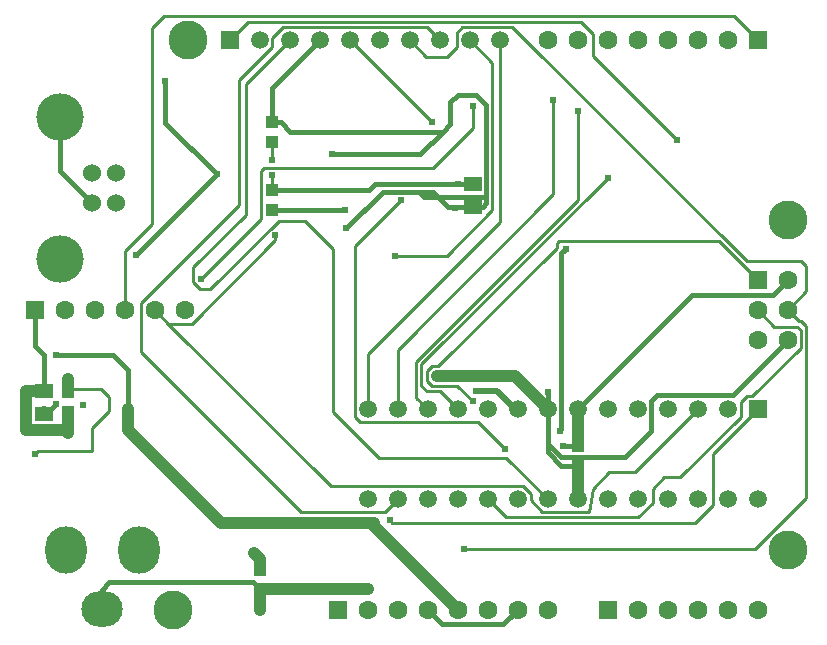
<source format=gbl>
G04*
G04 #@! TF.GenerationSoftware,Altium Limited,Altium Designer,18.1.9 (240)*
G04*
G04 Layer_Physical_Order=2*
G04 Layer_Color=16711680*
%FSLAX24Y24*%
%MOIN*%
G70*
G01*
G75*
%ADD11C,0.0100*%
%ADD12C,0.0157*%
%ADD17R,0.0394X0.0433*%
%ADD61C,0.0394*%
%ADD62C,0.0197*%
%ADD63C,0.1299*%
%ADD64C,0.0630*%
%ADD65R,0.0630X0.0630*%
%ADD66C,0.0600*%
%ADD67C,0.1575*%
%ADD68C,0.0591*%
%ADD69R,0.0591X0.0591*%
%ADD70R,0.0630X0.0630*%
%ADD71R,0.0591X0.0591*%
%ADD72O,0.1378X0.1181*%
%ADD73O,0.1378X0.1575*%
%ADD74C,0.0240*%
%ADD75R,0.0591X0.0512*%
D11*
X2038Y8362D02*
X3121D01*
X1988Y8312D02*
X2038Y8362D01*
X3121D02*
X3383Y8100D01*
X2800Y7069D02*
X3383Y7652D01*
Y8100D01*
X5346Y10554D02*
X10776Y5124D01*
X4900Y11000D02*
X5346Y10554D01*
X10776Y5124D02*
X17190D01*
X17430Y4884D01*
Y4666D02*
Y4884D01*
Y4666D02*
X17820Y4276D01*
X19392D01*
X19500Y5052D01*
X20060Y5612D01*
X20912D01*
X23000Y7700D01*
X5346Y10554D02*
X6140D01*
X8923Y13337D01*
Y13512D01*
X14404Y8296D02*
X15000Y7700D01*
X13980Y8296D02*
X14404D01*
X13796Y8480D02*
X13980Y8296D01*
X13796Y8480D02*
Y9204D01*
X20000Y15409D01*
X15400Y20007D02*
X16160Y19246D01*
Y14324D02*
Y19246D01*
X14650Y12814D02*
X16160Y14324D01*
X12910Y12814D02*
X14650D01*
X12574Y4274D02*
X13000Y4700D01*
X9780Y4274D02*
X12574D01*
X4450Y9604D02*
X9780Y4274D01*
X4450Y9604D02*
Y11244D01*
X7720Y14514D01*
Y18661D01*
X8824Y19764D01*
Y20084D01*
X9174Y20434D01*
X13972D01*
X14400Y20007D01*
X23697Y13303D02*
X25000Y12000D01*
X18370Y13303D02*
X23697D01*
X18310Y13243D02*
X18370Y13303D01*
X18310Y13084D02*
Y13243D01*
X14352Y9126D02*
X18310Y13084D01*
X14140Y9126D02*
X14352D01*
X13974Y8960D02*
X14140Y9126D01*
X13974Y8640D02*
Y8960D01*
Y8640D02*
X14140Y8474D01*
X14990D01*
X15500Y7964D01*
X16000Y4700D02*
X16603Y4097D01*
X21020D01*
X21500Y4577D01*
Y5044D01*
X21890Y5434D01*
X22420D01*
X24430Y7444D01*
Y7924D01*
X24630Y8124D01*
X24820D01*
X26444Y9747D01*
Y10324D01*
X26324Y10444D02*
X26444Y10324D01*
X25556Y10444D02*
X26324D01*
X25000Y11000D02*
X25556Y10444D01*
X15690Y7274D02*
X16590Y6374D01*
X11740Y7274D02*
X15690D01*
X11570Y7444D02*
X11740Y7274D01*
X11570Y7444D02*
Y13124D01*
X13118Y14672D01*
X11400Y20007D02*
X14150Y17256D01*
X15510Y17074D02*
Y17804D01*
X14185Y15749D02*
X15510Y17074D01*
X8535Y15749D02*
X14185D01*
X8433Y15647D02*
X8535Y15749D01*
X8433Y14027D02*
Y15647D01*
X6460Y12054D02*
X8433Y14027D01*
X13617Y8083D02*
X14000Y7700D01*
X13617Y8083D02*
Y9280D01*
X19000Y14663D01*
Y17625D01*
X15220Y3024D02*
X24920D01*
X26622Y4726D01*
Y10460D01*
X26460Y10622D02*
X26622Y10460D01*
X26378Y10622D02*
X26460D01*
X26000Y11000D02*
X26378Y10622D01*
X12750Y3994D02*
X12826Y3919D01*
X22905D01*
X23500Y4514D01*
Y6200D01*
X25000Y7700D01*
X13000D02*
Y9684D01*
X18190Y14874D01*
Y17994D01*
X16400Y13944D02*
Y20007D01*
X12000Y9544D02*
X16400Y13944D01*
X12000Y7700D02*
Y9544D01*
X16618Y6082D02*
X18000Y4700D01*
X12373Y6082D02*
X16618D01*
X10850Y7604D02*
X12373Y6082D01*
X10850Y7604D02*
Y13044D01*
X9910Y13984D02*
X10850Y13044D01*
X9030Y13984D02*
X9910D01*
X6740Y11694D02*
X9030Y13984D01*
X6417Y11694D02*
X6740D01*
X6187Y11924D02*
X6417Y11694D01*
X6187Y11924D02*
Y12424D01*
X7940Y14178D01*
Y18547D01*
X9400Y20007D01*
X26000Y11000D02*
X26622Y11622D01*
Y12460D01*
X26460Y12622D02*
X26622Y12460D01*
X24632Y12622D02*
X26460D01*
X16820Y20434D02*
X24632Y12622D01*
X15160Y20434D02*
X16820D01*
X14970Y20244D02*
X15160Y20434D01*
X14970Y19764D02*
Y20244D01*
X14650Y19444D02*
X14970Y19764D01*
X13962Y19444D02*
X14650D01*
X13400Y20007D02*
X13962Y19444D01*
X24206Y20794D02*
X25000Y20000D01*
X5210Y20794D02*
X24206D01*
X4820Y20404D02*
X5210Y20794D01*
X4820Y13882D02*
Y20404D01*
X3900Y12961D02*
X4820Y13882D01*
X3900Y11000D02*
Y12961D01*
X19500Y19464D02*
X22300Y16664D01*
X19500Y19464D02*
Y20214D01*
X19100Y20614D02*
X19500Y20214D01*
X8008Y20614D02*
X19100D01*
X7400Y20007D02*
X8008Y20614D01*
X16900Y7700D02*
X17000D01*
X1988Y8312D02*
X2000Y8269D01*
X8800Y16000D02*
Y16500D01*
Y15100D02*
Y15500D01*
X2800Y6300D02*
Y7069D01*
X1000Y6300D02*
X2800D01*
X900Y6200D02*
X1000Y6300D01*
D12*
X1200Y7552D02*
X1284D01*
X1604Y7872D01*
X1600Y9500D02*
X3500D01*
X4000Y9000D01*
X900Y9794D02*
Y11000D01*
Y9794D02*
X1200Y9494D01*
X4000Y7700D02*
Y9000D01*
X2000Y8269D02*
Y8453D01*
X5250Y17245D02*
X6970Y15525D01*
X4290Y12845D02*
X6970Y15525D01*
X14340Y14784D02*
X15953D01*
X14673Y14452D02*
X14956D01*
X18000Y6554D02*
Y8284D01*
X18460Y6094D02*
X20590D01*
X15010Y15200D02*
X15500D01*
X12240D02*
X15010D01*
X8400Y2335D02*
Y2400D01*
X15953Y14564D02*
Y14784D01*
X13750Y16194D02*
X14510Y16954D01*
X13870Y14784D02*
X14340D01*
X14673Y14452D01*
X14170Y14954D02*
X14340Y14784D01*
X13700Y14954D02*
X14170D01*
X25504Y11504D02*
X26000Y12000D01*
X22804Y11504D02*
X25504D01*
X19000Y7700D02*
X22804Y11504D01*
X1760Y15645D02*
Y17440D01*
X18000Y6554D02*
X18460Y6094D01*
X20590D02*
X21460Y6964D01*
Y7964D01*
X21660Y8164D01*
X24164D01*
X26000Y10000D01*
X18400Y6964D02*
X18460Y7024D01*
Y12894D01*
X18620Y13054D01*
X18500Y6469D02*
X19000D01*
X2510Y7854D02*
X2513Y7852D01*
X15500Y14452D02*
X15841D01*
X15953Y14564D01*
X14760Y17204D02*
Y17924D01*
X10800Y16194D02*
X13750D01*
X8800Y14331D02*
X11244D01*
X12500Y14954D02*
X13700D01*
X13870Y14784D01*
X15953D02*
Y17844D01*
X15623Y18174D02*
X15953Y17844D01*
X15010Y18174D02*
X15623D01*
X14760Y17924D02*
X15010Y18174D01*
X14510Y16954D02*
X14760Y17204D01*
X9426Y16954D02*
X14510D01*
X9110Y17269D02*
X9426Y16954D01*
X8800Y17269D02*
X9110D01*
X1760Y15645D02*
X2827Y14578D01*
X11280Y13734D02*
X12500Y14954D01*
X8800Y17269D02*
Y18407D01*
X10400Y20007D01*
X14956Y14452D02*
X15500D01*
X14920Y14416D02*
X14956Y14452D01*
X4290Y12844D02*
Y12845D01*
X5250Y17245D02*
Y18654D01*
X18460Y5800D02*
X19000D01*
X18000Y6260D02*
X18460Y5800D01*
X18000Y6260D02*
Y7700D01*
X8166Y1934D02*
X8400Y1700D01*
X3384Y1934D02*
X8166D01*
X3134Y1684D02*
X3384Y1934D01*
X3134Y1031D02*
Y1684D01*
X14000Y1000D02*
X14476Y524D01*
X16524D01*
X17000Y1000D01*
X8800Y16500D02*
Y16600D01*
Y15000D02*
Y15100D01*
X8400Y2315D02*
Y2335D01*
X12040Y15000D02*
X12240Y15200D01*
X8800Y15000D02*
X12040D01*
X1200Y8300D02*
Y9494D01*
D17*
X8800Y14331D02*
D03*
Y15000D02*
D03*
Y16600D02*
D03*
Y17269D02*
D03*
X2000Y8269D02*
D03*
Y7600D02*
D03*
X8400Y1665D02*
D03*
Y2335D02*
D03*
X19000Y5800D02*
D03*
Y6469D02*
D03*
D61*
X4000Y7000D02*
Y7700D01*
X1200Y7552D02*
Y7600D01*
X2000Y8453D02*
Y8700D01*
X8400Y1665D02*
Y1700D01*
Y1000D02*
Y1665D01*
X19000Y4700D02*
Y5800D01*
Y6469D02*
Y7700D01*
X16900Y8800D02*
X18000Y7700D01*
X14300Y8800D02*
X16900D01*
X8435Y1700D02*
X12000D01*
X8400Y1665D02*
X8435Y1700D01*
X2000Y6900D02*
Y7600D01*
X4000Y7000D02*
X7100Y3900D01*
X12200D01*
Y3800D02*
Y3900D01*
Y3800D02*
X15000Y1000D01*
X8400Y2400D02*
Y2700D01*
X8200Y2900D02*
X8400Y2700D01*
X600Y8300D02*
X1200D01*
X600Y7000D02*
Y8300D01*
Y7000D02*
X1771D01*
D62*
X15600Y8300D02*
X16300D01*
X16900Y7700D01*
D63*
X6000Y20000D02*
D03*
X26000Y14000D02*
D03*
Y3000D02*
D03*
X5500Y1000D02*
D03*
D64*
X18000D02*
D03*
X17000D02*
D03*
X16000D02*
D03*
X15000D02*
D03*
X14000D02*
D03*
X13000D02*
D03*
X12000D02*
D03*
X5900Y11000D02*
D03*
X4900D02*
D03*
X3900D02*
D03*
X2900D02*
D03*
X1900D02*
D03*
X25000Y1000D02*
D03*
X24000D02*
D03*
X23000D02*
D03*
X22000D02*
D03*
X21000D02*
D03*
X26000Y12000D02*
D03*
X25000Y11000D02*
D03*
X26000D02*
D03*
X25000Y10000D02*
D03*
X26000D02*
D03*
X18000Y20000D02*
D03*
X19000D02*
D03*
X20000D02*
D03*
X21000D02*
D03*
X22000D02*
D03*
X23000D02*
D03*
X24000D02*
D03*
D65*
X11000Y1000D02*
D03*
X900Y11000D02*
D03*
X20000Y1000D02*
D03*
X25000Y20000D02*
D03*
D66*
X3614Y14578D02*
D03*
Y15562D02*
D03*
X2827Y14578D02*
D03*
Y15562D02*
D03*
X1760Y17440D02*
D03*
D67*
Y12700D02*
D03*
Y17440D02*
D03*
D68*
X12000Y4700D02*
D03*
X13000D02*
D03*
X14000D02*
D03*
X15000D02*
D03*
X16000D02*
D03*
X17000D02*
D03*
X18000D02*
D03*
X19000D02*
D03*
X20000D02*
D03*
X21000D02*
D03*
X22000D02*
D03*
X23000D02*
D03*
X24000D02*
D03*
X25000D02*
D03*
X12000Y7700D02*
D03*
X13000D02*
D03*
X14000D02*
D03*
X15000D02*
D03*
X16000D02*
D03*
X17000D02*
D03*
X18000D02*
D03*
X19000D02*
D03*
X20000D02*
D03*
X21000D02*
D03*
X22000D02*
D03*
X23000D02*
D03*
X24000D02*
D03*
X9400Y20007D02*
D03*
X16400D02*
D03*
X15400D02*
D03*
X14400D02*
D03*
X13400D02*
D03*
X12400D02*
D03*
X11400D02*
D03*
X10400D02*
D03*
X8400D02*
D03*
D69*
X25000Y7700D02*
D03*
D70*
Y12000D02*
D03*
D71*
X7400Y20007D02*
D03*
D72*
X3134Y1031D02*
D03*
D73*
X1953Y3000D02*
D03*
X4394D02*
D03*
D74*
X1604Y7872D02*
D03*
X1600Y9500D02*
D03*
X4000Y7700D02*
D03*
X2000Y8700D02*
D03*
X6970Y15525D02*
D03*
X8923Y13512D02*
D03*
X20000Y15409D02*
D03*
X12910Y12814D02*
D03*
X15500Y7964D02*
D03*
X16590Y6374D02*
D03*
X13118Y14672D02*
D03*
X14150Y17256D02*
D03*
X15510Y17804D02*
D03*
X6460Y12054D02*
D03*
X19000Y17625D02*
D03*
X15220Y3024D02*
D03*
X12750Y3994D02*
D03*
X18000Y8284D02*
D03*
X18400Y6964D02*
D03*
X18620Y13054D02*
D03*
X18500Y6469D02*
D03*
X2510Y7854D02*
D03*
X10800Y16194D02*
D03*
X11244Y14331D02*
D03*
X11280Y13734D02*
D03*
X18190Y17994D02*
D03*
X14920Y14416D02*
D03*
X4290Y12844D02*
D03*
X5250Y18654D02*
D03*
X15010Y15200D02*
D03*
X22300Y16664D02*
D03*
X8800Y16000D02*
D03*
Y15500D02*
D03*
X14300Y8800D02*
D03*
X15600Y8300D02*
D03*
X900Y6200D02*
D03*
X12000Y1700D02*
D03*
X2000Y6900D02*
D03*
X8200Y2900D02*
D03*
X8400Y1000D02*
D03*
D75*
X1200Y7552D02*
D03*
Y8300D02*
D03*
X15500Y14452D02*
D03*
Y15200D02*
D03*
M02*

</source>
